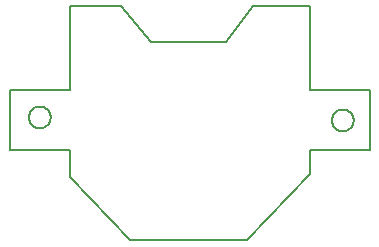
<source format=gbo>
G75*
G70*
%OFA0B0*%
%FSLAX24Y24*%
%IPPOS*%
%LPD*%
%AMOC8*
5,1,8,0,0,1.08239X$1,22.5*
%
%ADD10C,0.0050*%
D10*
X025080Y008389D02*
X025080Y009289D01*
X023080Y009289D01*
X023080Y011289D01*
X025080Y011289D01*
X025080Y014089D01*
X026780Y014089D01*
X027780Y012889D01*
X030280Y012889D01*
X031180Y014089D01*
X033080Y014089D01*
X033080Y011289D01*
X035080Y011289D01*
X035080Y009289D01*
X033080Y009289D01*
X033080Y008489D01*
X030980Y006289D01*
X027080Y006289D01*
X025080Y008389D01*
X023719Y010389D02*
X023721Y010427D01*
X023727Y010464D01*
X023737Y010501D01*
X023750Y010536D01*
X023767Y010569D01*
X023788Y010601D01*
X023812Y010631D01*
X023838Y010657D01*
X023868Y010681D01*
X023899Y010702D01*
X023933Y010719D01*
X023968Y010732D01*
X024005Y010742D01*
X024042Y010748D01*
X024080Y010750D01*
X024118Y010748D01*
X024155Y010742D01*
X024192Y010732D01*
X024227Y010719D01*
X024260Y010702D01*
X024292Y010681D01*
X024322Y010657D01*
X024348Y010631D01*
X024372Y010601D01*
X024393Y010570D01*
X024410Y010536D01*
X024423Y010501D01*
X024433Y010464D01*
X024439Y010427D01*
X024441Y010389D01*
X024439Y010351D01*
X024433Y010314D01*
X024423Y010277D01*
X024410Y010242D01*
X024393Y010209D01*
X024372Y010177D01*
X024348Y010147D01*
X024322Y010121D01*
X024292Y010097D01*
X024261Y010076D01*
X024227Y010059D01*
X024192Y010046D01*
X024155Y010036D01*
X024118Y010030D01*
X024080Y010028D01*
X024042Y010030D01*
X024005Y010036D01*
X023968Y010046D01*
X023933Y010059D01*
X023900Y010076D01*
X023868Y010097D01*
X023838Y010121D01*
X023812Y010147D01*
X023788Y010177D01*
X023767Y010208D01*
X023750Y010242D01*
X023737Y010277D01*
X023727Y010314D01*
X023721Y010351D01*
X023719Y010389D01*
X033819Y010289D02*
X033821Y010327D01*
X033827Y010364D01*
X033837Y010401D01*
X033850Y010436D01*
X033867Y010469D01*
X033888Y010501D01*
X033912Y010531D01*
X033938Y010557D01*
X033968Y010581D01*
X033999Y010602D01*
X034033Y010619D01*
X034068Y010632D01*
X034105Y010642D01*
X034142Y010648D01*
X034180Y010650D01*
X034218Y010648D01*
X034255Y010642D01*
X034292Y010632D01*
X034327Y010619D01*
X034360Y010602D01*
X034392Y010581D01*
X034422Y010557D01*
X034448Y010531D01*
X034472Y010501D01*
X034493Y010470D01*
X034510Y010436D01*
X034523Y010401D01*
X034533Y010364D01*
X034539Y010327D01*
X034541Y010289D01*
X034539Y010251D01*
X034533Y010214D01*
X034523Y010177D01*
X034510Y010142D01*
X034493Y010109D01*
X034472Y010077D01*
X034448Y010047D01*
X034422Y010021D01*
X034392Y009997D01*
X034361Y009976D01*
X034327Y009959D01*
X034292Y009946D01*
X034255Y009936D01*
X034218Y009930D01*
X034180Y009928D01*
X034142Y009930D01*
X034105Y009936D01*
X034068Y009946D01*
X034033Y009959D01*
X034000Y009976D01*
X033968Y009997D01*
X033938Y010021D01*
X033912Y010047D01*
X033888Y010077D01*
X033867Y010108D01*
X033850Y010142D01*
X033837Y010177D01*
X033827Y010214D01*
X033821Y010251D01*
X033819Y010289D01*
M02*

</source>
